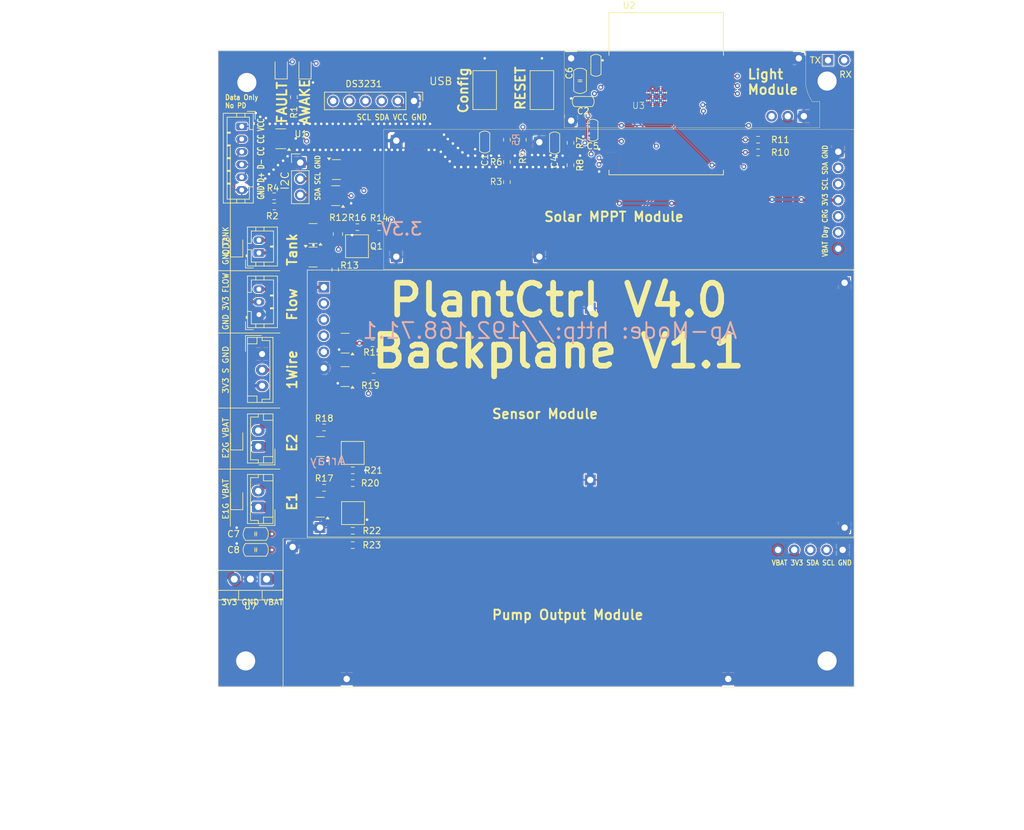
<source format=kicad_pcb>
(kicad_pcb
	(version 20241229)
	(generator "pcbnew")
	(generator_version "9.0")
	(general
		(thickness 1.6)
		(legacy_teardrops no)
	)
	(paper "A4")
	(layers
		(0 "F.Cu" signal)
		(4 "In1.Cu" signal)
		(6 "In2.Cu" signal)
		(2 "B.Cu" signal)
		(9 "F.Adhes" user "F.Adhesive")
		(11 "B.Adhes" user "B.Adhesive")
		(13 "F.Paste" user)
		(15 "B.Paste" user)
		(5 "F.SilkS" user "F.Silkscreen")
		(7 "B.SilkS" user "B.Silkscreen")
		(1 "F.Mask" user)
		(3 "B.Mask" user)
		(17 "Dwgs.User" user "User.Drawings")
		(19 "Cmts.User" user "User.Comments")
		(21 "Eco1.User" user "User.Eco1")
		(23 "Eco2.User" user "User.Eco2")
		(25 "Edge.Cuts" user)
		(27 "Margin" user)
		(31 "F.CrtYd" user "F.Courtyard")
		(29 "B.CrtYd" user "B.Courtyard")
		(35 "F.Fab" user)
		(33 "B.Fab" user)
	)
	(setup
		(stackup
			(layer "F.SilkS"
				(type "Top Silk Screen")
			)
			(layer "F.Paste"
				(type "Top Solder Paste")
			)
			(layer "F.Mask"
				(type "Top Solder Mask")
				(thickness 0.01)
			)
			(layer "F.Cu"
				(type "copper")
				(thickness 0.035)
			)
			(layer "dielectric 1"
				(type "prepreg")
				(thickness 0.1)
				(material "FR4")
				(epsilon_r 4.5)
				(loss_tangent 0.02)
			)
			(layer "In1.Cu"
				(type "copper")
				(thickness 0.035)
			)
			(layer "dielectric 2"
				(type "core")
				(thickness 1.24)
				(material "FR4")
				(epsilon_r 4.5)
				(loss_tangent 0.02)
			)
			(layer "In2.Cu"
				(type "copper")
				(thickness 0.035)
			)
			(layer "dielectric 3"
				(type "prepreg")
				(thickness 0.1)
				(material "FR4")
				(epsilon_r 4.5)
				(loss_tangent 0.02)
			)
			(layer "B.Cu"
				(type "copper")
				(thickness 0.035)
			)
			(layer "B.Mask"
				(type "Bottom Solder Mask")
				(thickness 0.01)
			)
			(layer "B.Paste"
				(type "Bottom Solder Paste")
			)
			(layer "B.SilkS"
				(type "Bottom Silk Screen")
			)
			(copper_finish "HAL lead-free")
			(dielectric_constraints no)
		)
		(pad_to_mask_clearance 0.05)
		(allow_soldermask_bridges_in_footprints no)
		(tenting front back)
		(aux_axis_origin 68.58 26.67)
		(grid_origin 68.58 26.67)
		(pcbplotparams
			(layerselection 0x00000000_00000000_5555555f_ffffffff)
			(plot_on_all_layers_selection 0x00000000_00000000_00000000_00000000)
			(disableapertmacros no)
			(usegerberextensions no)
			(usegerberattributes no)
			(usegerberadvancedattributes no)
			(creategerberjobfile no)
			(dashed_line_dash_ratio 12.000000)
			(dashed_line_gap_ratio 3.000000)
			(svgprecision 4)
			(plotframeref no)
			(mode 1)
			(useauxorigin no)
			(hpglpennumber 1)
			(hpglpenspeed 20)
			(hpglpendiameter 15.000000)
			(pdf_front_fp_property_popups yes)
			(pdf_back_fp_property_popups yes)
			(pdf_metadata yes)
			(pdf_single_document no)
			(dxfpolygonmode yes)
			(dxfimperialunits yes)
			(dxfusepcbnewfont yes)
			(psnegative no)
			(psa4output no)
			(plot_black_and_white yes)
			(sketchpadsonfab no)
			(plotpadnumbers no)
			(hidednponfab no)
			(sketchdnponfab yes)
			(crossoutdnponfab yes)
			(subtractmaskfromsilk no)
			(outputformat 1)
			(mirror no)
			(drillshape 0)
			(scaleselection 1)
			(outputdirectory "gerber/")
		)
	)
	(net 0 "")
	(net 1 "EN")
	(net 2 "VBAT")
	(net 3 "GND")
	(net 4 "3_3V")
	(net 5 "Temp")
	(net 6 "Net-(C4-Pad2)")
	(net 7 "PUMP_ENABLE")
	(net 8 "TANK_SENSOR")
	(net 9 "Charge")
	(net 10 "Net-(Q1-G)")
	(net 11 "ESP_RX")
	(net 12 "ESP_TX")
	(net 13 "Net-(Boot1-Pad2)")
	(net 14 "SDA")
	(net 15 "SCL")
	(net 16 "Net-(CD1-A)")
	(net 17 "Net-(D2-K)")
	(net 18 "CD_Probe")
	(net 19 "IsDay")
	(net 20 "LED_ENABLE")
	(net 21 "WORKING")
	(net 22 "ENABLE_TANK")
	(net 23 "USB_D-")
	(net 24 "FLOW")
	(net 25 "USB_D+")
	(net 26 "BOOT_SEL")
	(net 27 "WARN_LED")
	(net 28 "SQW")
	(net 29 "32K")
	(net 30 "USB_BUS")
	(net 31 "Net-(R3-Pad1)")
	(net 32 "unconnected-(U1-I{slash}O2-Pad4)")
	(net 33 "unconnected-(U1-I{slash}O1-Pad6)")
	(net 34 "Net-(J4-Pin_1)")
	(net 35 "Net-(D8-K)")
	(net 36 "Net-(D8-A)")
	(net 37 "Net-(D10-K)")
	(net 38 "Net-(D10-A)")
	(net 39 "Net-(J2-Pin_3)")
	(net 40 "Net-(Q2-G)")
	(net 41 "Net-(J2-Pin_2)")
	(net 42 "unconnected-(U2-IO8-Pad10)")
	(net 43 "unconnected-(U2-IO0-Pad8)")
	(net 44 "unconnected-(U2-NC-Pad22)")
	(net 45 "Net-(Q3-G)")
	(net 46 "EXTRA_1")
	(net 47 "EXTRA_2")
	(net 48 "Net-(CD2-K)")
	(net 49 "unconnected-(U5-VBAT-Pad2)")
	(footprint "Package_TO_SOT_SMD:SOT-23" (layer "F.Cu") (at 185.7675 101.92 180))
	(footprint "MPPT:MPPT" (layer "F.Cu") (at 232.68 48.3075))
	(footprint "Button_Switch_SMD:SW_SPST_CK_RS282G05A3" (layer "F.Cu") (at 220.58 45.87 -90))
	(footprint "PumpOut:PumpModule" (layer "F.Cu") (at 219.88 111.47))
	(footprint "Connector_JST:JST_EH_B2B-EH-A_1x02_P2.50mm_Vertical" (layer "F.Cu") (at 175.98 111.42 90))
	(footprint "PCM_Capacitor_SMD_Handsoldering_AKL:C_0805_2012Metric_Pad1.18x1.45mm" (layer "F.Cu") (at 175.58 115.67 180))
	(footprint "PCM_Capacitor_SMD_Handsoldering_AKL:C_0603_1608Metric_Pad1.08x0.95mm" (layer "F.Cu") (at 229.08 41.97 -90))
	(footprint "Resistor_SMD:R_0603_1608Metric" (layer "F.Cu") (at 254.58 53.67 180))
	(footprint "PCM_Capacitor_SMD_Handsoldering_AKL:C_0603_1608Metric_Pad1.08x0.95mm" (layer "F.Cu") (at 227.08 47.67))
	(footprint "Button_Switch_SMD:SW_SPST_CK_RS282G05A3" (layer "F.Cu") (at 211.58 45.87 -90))
	(footprint "Resistor_SMD:R_0603_1608Metric" (layer "F.Cu") (at 225.08 54.17 90))
	(footprint "Connector_JST:JST_PH_B3B-PH-K_1x03_P2.00mm_Vertical" (layer "F.Cu") (at 176.08 81.17 90))
	(footprint "Connector_JST:JST_EH_B3B-EH-A_1x03_P2.50mm_Vertical" (layer "F.Cu") (at 176.58 87.37 -90))
	(footprint "Resistor_SMD:R_0603_1608Metric" (layer "F.Cu") (at 191.555 67.42 180))
	(footprint "Resistor_SMD:R_0603_1608Metric" (layer "F.Cu") (at 190.83 115.17))
	(footprint "Package_TO_SOT_SMD:SOT-23" (layer "F.Cu") (at 189.63 85.67 180))
	(footprint "LED_SMD:LED_0805_2012Metric" (layer "F.Cu") (at 179.58 42.42 90))
	(footprint "Package_TO_SOT_SMD:SOT-23" (layer "F.Cu") (at 184.5925 68.42 180))
	(footprint "Resistor_SMD:R_0603_1608Metric" (layer "F.Cu") (at 217.58 53.67 -90))
	(footprint "Connector_PinHeader_2.54mm:PinHeader_1x06_P2.54mm_Vertical" (layer "F.Cu") (at 200.46 47.57 -90))
	(footprint "LED_SMD:LED_0805_2012Metric" (layer "F.Cu") (at 172.58 110.17 90))
	(footprint "Resistor_SMD:R_0603_1608Metric" (layer "F.Cu") (at 178.48 64.17))
	(footprint "Package_TO_SOT_SMD:SOT-23-6" (layer "F.Cu") (at 179.5175 53.52 180))
	(footprint "Package_TO_SOT_SMD:SOT-23" (layer "F.Cu") (at 189.63 90.92 180))
	(footprint "PCM_Capacitor_SMD_Handsoldering_AKL:C_0805_2012Metric_Pad1.18x1.45mm" (layer "F.Cu") (at 175.58 118.17 180))
	(footprint "Resistor_SMD:R_0603_1608Metric" (layer "F.Cu") (at 215.08 60.345 -90))
	(footprint "Resistor_SMD:R_0603_1608Metric" (layer "F.Cu") (at 194.98 67.42))
	(footprint "PCM_Capacitor_SMD_Handsoldering_AKL:C_0603_1608Metric_Pad1.08x0.95mm" (layer "F.Cu") (at 211.58 54.0325 90))
	(footprint "Package_TO_SOT_SMD:SOT-23" (layer "F.Cu") (at 188.2675 58.37))
	(footprint "Resistor_SMD:R_0603_1608Metric" (layer "F.Cu") (at 194.1175 90.92))
	(footprint "PCM_Capacitor_SMD_Handsoldering_AKL:C_0805_2012Metric_Pad1.18x1.45mm" (layer "F.Cu") (at 226.58 44.4075 90))
	(footprint "Resistor_SMD:R_0603_1608Metric" (layer "F.Cu") (at 190.83 105.67))
	(footprint "Modules:LightPower" (layer "F.Cu") (at 243.18 45.67))
	(footprint "PCM_Package_TO_SOT_SMD_AKL:SOT-23"
		(layer "F.Cu")
		(uuid "6fb21888-6d4c-4e98-920e-89709a67d614")
		(at 190.83 102.92 90)
		(descr "SOT-23, Standard, Alternate KiCad Library")
		(tags "SOT-23")
		(property "Reference" "Q3"
			(at 0 -2.5 90)
			(layer "F.SilkS")
			(hide yes)
			(uuid "0e2aeb5d-a11c-45dd-99c8-94d4107fcf47")
			(effects
				(font
					(size 1 1)
					(thickness 0.15)
				)
			)
		)
		(property "Value" "N-channel 30V 5A"
			(at 0 2.5 90)
			(layer "F.Fab")
			(hide yes)
			(uuid "348e7418-2f78-44d7-a1d3-7fd68d338e4e")
			(effects
				(font
					(size 1 1)
					(thickness 0.15)
				)
			)
		)
		(property "Datasheet" ""
			(at 0 0 90)
			(layer "F.Fab")
			(hide yes)
			(uuid "16295c85-23fb-4085-a495-3e5c66ae831f")
			(effects
				(font
					(size 1.27 1.27)
					(thickness 0.15)
				)
			)
		)
		(property "Description" ""
			(at 0 0 90)
			(layer "F.Fab")
			(hide yes)
			(uuid "c9491bd4-4f7a-43f6-98f0-dfb36b8034ca")
			(effects
				(font
					(size 1.27 1.27)
					(thickness 0.15)
				)
			)
		)
		(property "LCSC_PART_NUMBER" "C5364313"
			(at 0 0 90)
			(unlocked yes)
			(layer "F.Fab")
			(hide yes)
			(uuid "d823f3f1-df53-4127-9351-da04afcfd9d4")
			(effects
				(font
					(size 1 1)
					(thickness 0.15)
				)
			)
		)
		(property "LCSC" ""
			(at 0 0 90)
			(unlocked yes)
			(layer "F.Fab")
			(hide yes)
			(uuid "fcc478ea-4689-4c11-bf10-5fda57085541")
			(effects
				(font
					(size 1 1)
					(thickness 0.15)
				)
			)
		)
		(property "Sim.Device" ""
			(at 0 0 90)
			(unlocked yes)
			(layer "F.Fab")
			(hide yes)
			(uuid "682487d9-e5c1-4546-8065-9576ca62c2ce")
			(effects
				(font
					(size 1 1)
					(thickness 0.15)
				)
			)
		)
		(property "Sim.Pins" ""
			(at 0 0 90)
			(unlocked yes)
			(layer "F.Fab")
			(hide yes)
			(uuid "1cdda491-477a-4ce8-b6a9-50dcd80d91f2")
			(effects
				(font
					(size 1 1)
					(thickness 0.15)
				)
			)
		)
		(property "Sim.Type" ""
			(at 0 0 90)
			(unlocked yes)
			(layer "F.Fab")
			(hide yes)
			(uuid "16519ba9-3a36-4525-b2d1-2f3ded7ad1b0")
			(effects
				(font
					(size 1 1)
					(thickness 0.15)
				)
			)
		)
		(path "/63501da7-4e8a-4e8f-bc63-8b2c9f634381")
		(sheetname "/")
		(sheetfile "PlantCtrlESP32.kicad_sch")
		(attr smd)
		(fp_line
			(start 1.8 -1.8)
			(end -1.8 -1.8)
			(stroke
				(width 0.12)
				(type solid)
			)
			(layer "F.SilkS")
			(uuid "e6ef17e1-d0a5-443d-a41c-
... [4062248 chars truncated]
</source>
